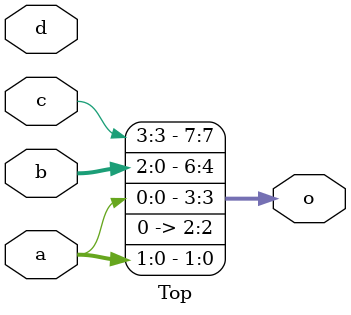
<source format=sv>
module Top (
	input logic [1:0] a,
	input logic [2:0] b,
	input logic [3:0] c,
	input logic [4:0] d,
	output logic [7:0] o
);

	assign o = {c[3], b, a[0], 3'(a)};

endmodule



</source>
